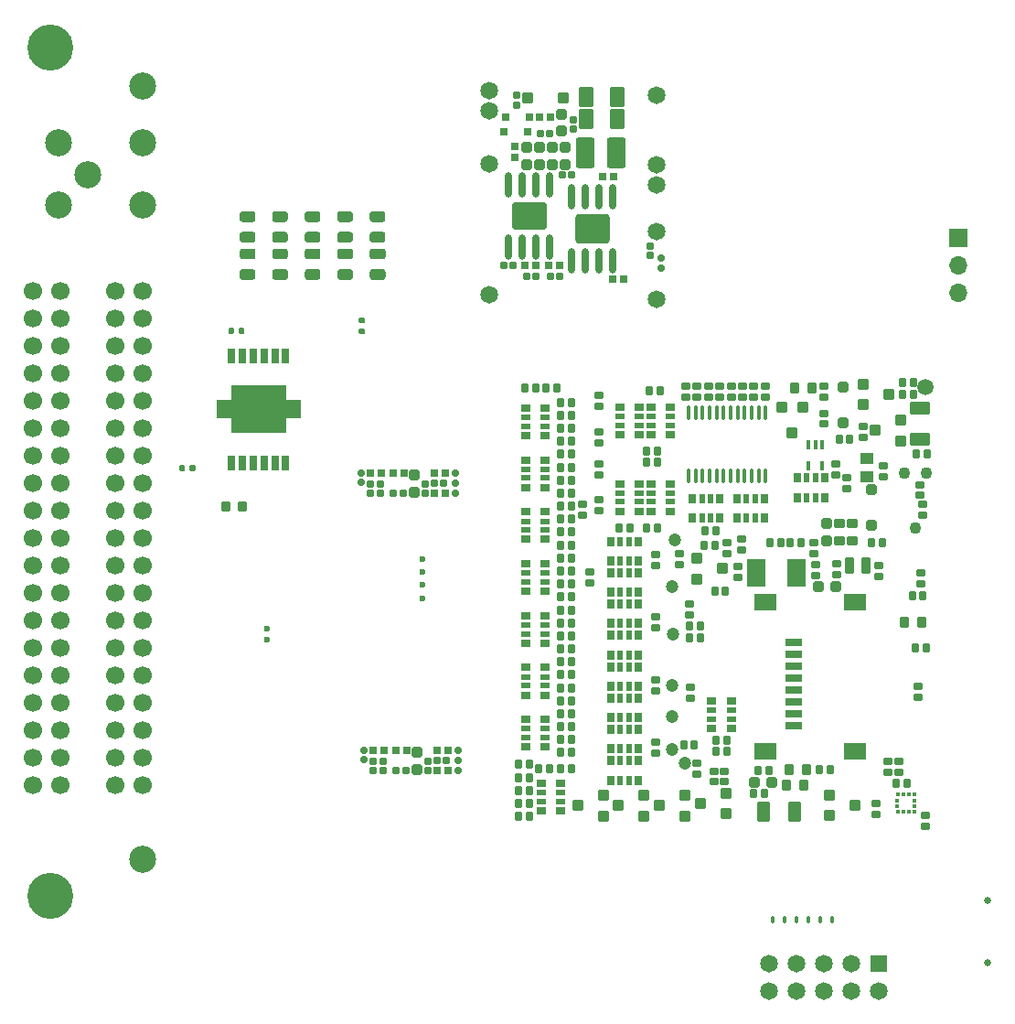
<source format=gbs>
G75*
G70*
%OFA0B0*%
%FSLAX25Y25*%
%IPPOS*%
%LPD*%
%AMOC8*
5,1,8,0,0,1.08239X$1,22.5*
%
%AMM13*
21,1,0.041340,0.026770,0.000000,0.000000,0.000000*
21,1,0.029130,0.038980,0.000000,0.000000,0.000000*
1,1,0.012210,0.014570,-0.013390*
1,1,0.012210,-0.014570,-0.013390*
1,1,0.012210,-0.014570,0.013390*
1,1,0.012210,0.014570,0.013390*
%
%AMM144*
21,1,0.015350,0.009840,-0.000000,-0.000000,0.000000*
21,1,0.000000,0.025200,-0.000000,-0.000000,0.000000*
1,1,0.015350,-0.000000,-0.004920*
1,1,0.015350,-0.000000,-0.004920*
1,1,0.015350,-0.000000,0.004920*
1,1,0.015350,-0.000000,0.004920*
%
%AMM16*
21,1,0.038980,0.026770,0.000000,0.000000,270.000000*
21,1,0.026770,0.038980,0.000000,0.000000,270.000000*
1,1,0.012210,-0.013390,-0.013390*
1,1,0.012210,-0.013390,0.013390*
1,1,0.012210,0.013390,0.013390*
1,1,0.012210,0.013390,-0.013390*
%
%AMM269*
21,1,0.039370,0.030320,0.000000,-0.000000,0.000000*
21,1,0.028350,0.041340,0.000000,-0.000000,0.000000*
1,1,0.011020,0.014170,-0.015160*
1,1,0.011020,-0.014170,-0.015160*
1,1,0.011020,-0.014170,0.015160*
1,1,0.011020,0.014170,0.015160*
%
%AMM275*
21,1,0.031500,0.018900,0.000000,-0.000000,90.000000*
21,1,0.022840,0.027560,0.000000,-0.000000,90.000000*
1,1,0.008660,0.009450,0.011420*
1,1,0.008660,0.009450,-0.011420*
1,1,0.008660,-0.009450,-0.011420*
1,1,0.008660,-0.009450,0.011420*
%
%AMM278*
21,1,0.029530,0.026380,0.000000,-0.000000,0.000000*
21,1,0.020470,0.035430,0.000000,-0.000000,0.000000*
1,1,0.009060,0.010240,-0.013190*
1,1,0.009060,-0.010240,-0.013190*
1,1,0.009060,-0.010240,0.013190*
1,1,0.009060,0.010240,0.013190*
%
%AMM279*
21,1,0.021650,0.027950,0.000000,-0.000000,0.000000*
21,1,0.014170,0.035430,0.000000,-0.000000,0.000000*
1,1,0.007480,0.007090,-0.013980*
1,1,0.007480,-0.007090,-0.013980*
1,1,0.007480,-0.007090,0.013980*
1,1,0.007480,0.007090,0.013980*
%
%AMM281*
21,1,0.016540,0.028980,0.000000,-0.000000,0.000000*
21,1,0.010080,0.035430,0.000000,-0.000000,0.000000*
1,1,0.006460,0.005040,-0.014490*
1,1,0.006460,-0.005040,-0.014490*
1,1,0.006460,-0.005040,0.014490*
1,1,0.006460,0.005040,0.014490*
%
%AMM284*
21,1,0.031500,0.018900,0.000000,-0.000000,0.000000*
21,1,0.022840,0.027560,0.000000,-0.000000,0.000000*
1,1,0.008660,0.011420,-0.009450*
1,1,0.008660,-0.011420,-0.009450*
1,1,0.008660,-0.011420,0.009450*
1,1,0.008660,0.011420,0.009450*
%
%AMM298*
21,1,0.037400,0.026770,0.000000,-0.000000,90.000000*
21,1,0.026770,0.037400,0.000000,-0.000000,90.000000*
1,1,0.010630,0.013390,0.013390*
1,1,0.010630,0.013390,-0.013390*
1,1,0.010630,-0.013390,-0.013390*
1,1,0.010630,-0.013390,0.013390*
%
%AMM299*
21,1,0.039370,0.030320,0.000000,-0.000000,90.000000*
21,1,0.028350,0.041340,0.000000,-0.000000,90.000000*
1,1,0.011020,0.015160,0.014170*
1,1,0.011020,0.015160,-0.014170*
1,1,0.011020,-0.015160,-0.014170*
1,1,0.011020,-0.015160,0.014170*
%
%AMM300*
21,1,0.039760,0.026770,0.000000,-0.000000,270.000000*
21,1,0.029130,0.037400,0.000000,-0.000000,270.000000*
1,1,0.010630,-0.013390,-0.014570*
1,1,0.010630,-0.013390,0.014570*
1,1,0.010630,0.013390,0.014570*
1,1,0.010630,0.013390,-0.014570*
%
%AMM301*
21,1,0.074800,0.036220,0.000000,-0.000000,270.000000*
21,1,0.061810,0.049210,0.000000,-0.000000,270.000000*
1,1,0.012990,-0.018110,-0.030910*
1,1,0.012990,-0.018110,0.030910*
1,1,0.012990,0.018110,0.030910*
1,1,0.012990,0.018110,-0.030910*
%
%AMM302*
21,1,0.062990,0.020470,0.000000,-0.000000,0.000000*
21,1,0.053940,0.029530,0.000000,-0.000000,0.000000*
1,1,0.009060,0.026970,-0.010240*
1,1,0.009060,-0.026970,-0.010240*
1,1,0.009060,-0.026970,0.010240*
1,1,0.009060,0.026970,0.010240*
%
%AMM303*
21,1,0.082680,0.045670,0.000000,-0.000000,0.000000*
21,1,0.067320,0.061020,0.000000,-0.000000,0.000000*
1,1,0.015350,0.033660,-0.022840*
1,1,0.015350,-0.033660,-0.022840*
1,1,0.015350,-0.033660,0.022840*
1,1,0.015350,0.033660,0.022840*
%
%AMM304*
21,1,0.029530,0.026380,0.000000,-0.000000,270.000000*
21,1,0.020470,0.035430,0.000000,-0.000000,270.000000*
1,1,0.009060,-0.013190,-0.010240*
1,1,0.009060,-0.013190,0.010240*
1,1,0.009060,0.013190,0.010240*
1,1,0.009060,0.013190,-0.010240*
%
%AMM305*
21,1,0.021650,0.027950,0.000000,-0.000000,270.000000*
21,1,0.014170,0.035430,0.000000,-0.000000,270.000000*
1,1,0.007480,-0.013980,-0.007090*
1,1,0.007480,-0.013980,0.007090*
1,1,0.007480,0.013980,0.007090*
1,1,0.007480,0.013980,-0.007090*
%
%AMM306*
21,1,0.031500,0.030710,0.000000,-0.000000,0.000000*
21,1,0.022050,0.040160,0.000000,-0.000000,0.000000*
1,1,0.009450,0.011020,-0.015350*
1,1,0.009450,-0.011020,-0.015350*
1,1,0.009450,-0.011020,0.015350*
1,1,0.009450,0.011020,0.015350*
%
%AMM307*
21,1,0.031500,0.049610,0.000000,-0.000000,180.000000*
21,1,0.022050,0.059060,0.000000,-0.000000,180.000000*
1,1,0.009450,-0.011020,0.024800*
1,1,0.009450,0.011020,0.024800*
1,1,0.009450,0.011020,-0.024800*
1,1,0.009450,-0.011020,-0.024800*
%
%AMM308*
21,1,0.031500,0.030710,0.000000,-0.000000,270.000000*
21,1,0.022050,0.040160,0.000000,-0.000000,270.000000*
1,1,0.009450,-0.015350,-0.011020*
1,1,0.009450,-0.015350,0.011020*
1,1,0.009450,0.015350,0.011020*
1,1,0.009450,0.015350,-0.011020*
%
%AMM309*
21,1,0.074800,0.036220,0.000000,-0.000000,0.000000*
21,1,0.061810,0.049210,0.000000,-0.000000,0.000000*
1,1,0.012990,0.030910,-0.018110*
1,1,0.012990,-0.030910,-0.018110*
1,1,0.012990,-0.030910,0.018110*
1,1,0.012990,0.030910,0.018110*
%
%AMM310*
21,1,0.037400,0.026770,0.000000,-0.000000,180.000000*
21,1,0.026770,0.037400,0.000000,-0.000000,180.000000*
1,1,0.010630,-0.013390,0.013390*
1,1,0.010630,0.013390,0.013390*
1,1,0.010630,0.013390,-0.013390*
1,1,0.010630,-0.013390,-0.013390*
%
%AMM39*
21,1,0.076380,0.036220,0.000000,0.000000,90.000000*
21,1,0.061810,0.050790,0.000000,0.000000,90.000000*
1,1,0.014570,0.018110,0.030910*
1,1,0.014570,0.018110,-0.030910*
1,1,0.014570,-0.018110,-0.030910*
1,1,0.014570,-0.018110,0.030910*
%
%AMM42*
21,1,0.029130,0.018900,0.000000,0.000000,90.000000*
21,1,0.018900,0.029130,0.000000,0.000000,90.000000*
1,1,0.010240,0.009450,0.009450*
1,1,0.010240,0.009450,-0.009450*
1,1,0.010240,-0.009450,-0.009450*
1,1,0.010240,-0.009450,0.009450*
%
%AMM43*
21,1,0.025200,0.019680,0.000000,0.000000,0.000000*
21,1,0.015750,0.029130,0.000000,0.000000,0.000000*
1,1,0.009450,0.007870,-0.009840*
1,1,0.009450,-0.007870,-0.009840*
1,1,0.009450,-0.007870,0.009840*
1,1,0.009450,0.007870,0.009840*
%
%AMM44*
21,1,0.025200,0.019680,0.000000,0.000000,270.000000*
21,1,0.015750,0.029130,0.000000,0.000000,270.000000*
1,1,0.009450,-0.009840,-0.007870*
1,1,0.009450,-0.009840,0.007870*
1,1,0.009450,0.009840,0.007870*
1,1,0.009450,0.009840,-0.007870*
%
%AMM49*
21,1,0.111810,0.050390,0.000000,0.000000,90.000000*
21,1,0.093700,0.068500,0.000000,0.000000,90.000000*
1,1,0.018110,0.025200,0.046850*
1,1,0.018110,0.025200,-0.046850*
1,1,0.018110,-0.025200,-0.046850*
1,1,0.018110,-0.025200,0.046850*
%
%AMM50*
21,1,0.029130,0.018900,0.000000,0.000000,180.000000*
21,1,0.018900,0.029130,0.000000,0.000000,180.000000*
1,1,0.010240,-0.009450,0.009450*
1,1,0.010240,0.009450,0.009450*
1,1,0.010240,0.009450,-0.009450*
1,1,0.010240,-0.009450,-0.009450*
%
%AMM51*
21,1,0.127560,0.075590,0.000000,0.000000,180.000000*
21,1,0.103150,0.100000,0.000000,0.000000,180.000000*
1,1,0.024410,-0.051580,0.037800*
1,1,0.024410,0.051580,0.037800*
1,1,0.024410,0.051580,-0.037800*
1,1,0.024410,-0.051580,-0.037800*
%
%AMM52*
21,1,0.123620,0.083460,0.000000,0.000000,0.000000*
21,1,0.097240,0.109840,0.000000,0.000000,0.000000*
1,1,0.026380,0.048620,-0.041730*
1,1,0.026380,-0.048620,-0.041730*
1,1,0.026380,-0.048620,0.041730*
1,1,0.026380,0.048620,0.041730*
%
%ADD12C,0.02362*%
%ADD127M39*%
%ADD130M42*%
%ADD131M43*%
%ADD132M44*%
%ADD133C,0.02913*%
%ADD139M49*%
%ADD140M50*%
%ADD141O,0.02520X0.09213*%
%ADD142M51*%
%ADD143M52*%
%ADD207C,0.04294*%
%ADD208C,0.04724*%
%ADD241R,0.01378X0.01772*%
%ADD242R,0.01772X0.01378*%
%ADD25C,0.05906*%
%ADD288M144*%
%ADD339R,0.04724X0.04331*%
%ADD343R,0.07087X0.09843*%
%ADD351O,0.01378X0.05354*%
%ADD422M269*%
%ADD428M275*%
%ADD431M278*%
%ADD432M279*%
%ADD434M281*%
%ADD437M284*%
%ADD451M298*%
%ADD452M299*%
%ADD453M300*%
%ADD454M301*%
%ADD455M302*%
%ADD456M303*%
%ADD457M304*%
%ADD458M305*%
%ADD459M306*%
%ADD460M307*%
%ADD461M308*%
%ADD462M309*%
%ADD463M310*%
%ADD47R,0.06693X0.06693*%
%ADD48O,0.06693X0.06693*%
%ADD49C,0.09843*%
%ADD50C,0.06693*%
%ADD63C,0.02559*%
%ADD64C,0.16732*%
%ADD73R,0.02559X0.05315*%
%ADD74R,0.20079X0.17323*%
%ADD75R,0.05315X0.07087*%
%ADD94M13*%
%ADD97M16*%
%ADD98C,0.06457*%
%ADD99R,0.06457X0.06457*%
X0000000Y0000000D02*
%LPD*%
G01*
D12*
X0183618Y0207232D03*
X0183618Y0203492D03*
X0183618Y0199752D03*
X0149366Y0203689D03*
X0149366Y0207232D03*
X0171839Y0166366D03*
X0171839Y0161642D03*
X0171839Y0171091D03*
X0171839Y0175815D03*
X0115047Y0150382D03*
X0115047Y0146445D03*
G36*
G01*
X0299010Y0043904D02*
X0299010Y0044888D01*
G75*
G02*
X0299502Y0045380I0000492J0000000D01*
G01*
X0299502Y0045380D01*
G75*
G02*
X0299994Y0044888I0000000J-000492D01*
G01*
X0299994Y0043904D01*
G75*
G02*
X0299502Y0043412I-000492J0000000D01*
G01*
X0299502Y0043412D01*
G75*
G02*
X0299010Y0043904I0000000J0000492D01*
G01*
G37*
G36*
G01*
X0303341Y0043904D02*
X0303341Y0044888D01*
G75*
G02*
X0303833Y0045380I0000492J0000000D01*
G01*
X0303833Y0045380D01*
G75*
G02*
X0304325Y0044888I0000000J-000492D01*
G01*
X0304325Y0043904D01*
G75*
G02*
X0303833Y0043412I-000492J0000000D01*
G01*
X0303833Y0043412D01*
G75*
G02*
X0303341Y0043904I0000000J0000492D01*
G01*
G37*
G36*
G01*
X0307671Y0043904D02*
X0307671Y0044888D01*
G75*
G02*
X0308164Y0045380I0000492J0000000D01*
G01*
X0308164Y0045380D01*
G75*
G02*
X0308656Y0044888I0000000J-000492D01*
G01*
X0308656Y0043904D01*
G75*
G02*
X0308164Y0043412I-000492J0000000D01*
G01*
X0308164Y0043412D01*
G75*
G02*
X0307671Y0043904I0000000J0000492D01*
G01*
G37*
G36*
G01*
X0312002Y0043904D02*
X0312002Y0044888D01*
G75*
G02*
X0312494Y0045380I0000492J0000000D01*
G01*
X0312494Y0045380D01*
G75*
G02*
X0312986Y0044888I0000000J-000492D01*
G01*
X0312986Y0043904D01*
G75*
G02*
X0312494Y0043412I-000492J0000000D01*
G01*
X0312494Y0043412D01*
G75*
G02*
X0312002Y0043904I0000000J0000492D01*
G01*
G37*
G36*
G01*
X0316333Y0043904D02*
X0316333Y0044888D01*
G75*
G02*
X0316825Y0045380I0000492J0000000D01*
G01*
X0316825Y0045380D01*
G75*
G02*
X0317317Y0044888I0000000J-000492D01*
G01*
X0317317Y0043904D01*
G75*
G02*
X0316825Y0043412I-000492J0000000D01*
G01*
X0316825Y0043412D01*
G75*
G02*
X0316333Y0043904I0000000J0000492D01*
G01*
G37*
G36*
G01*
X0320664Y0043904D02*
X0320664Y0044888D01*
G75*
G02*
X0321156Y0045380I0000492J0000000D01*
G01*
X0321156Y0045380D01*
G75*
G02*
X0321648Y0044888I0000000J-000492D01*
G01*
X0321648Y0043904D01*
G75*
G02*
X0321156Y0043412I-000492J0000000D01*
G01*
X0321156Y0043412D01*
G75*
G02*
X0320664Y0043904I0000000J0000492D01*
G01*
G37*
D25*
X0257000Y0344713D03*
X0257000Y0319516D03*
X0257000Y0312035D03*
X0257000Y0295106D03*
D12*
X0258772Y0285657D03*
X0258772Y0281720D03*
D25*
X0257000Y0270500D03*
X0195976Y0346484D03*
X0195976Y0339201D03*
X0195976Y0319713D03*
X0195976Y0272272D03*
D63*
X0377687Y0028724D03*
X0377687Y0051480D03*
D47*
X0367000Y0293000D03*
D48*
X0367000Y0283000D03*
X0367000Y0273000D03*
D64*
X0036024Y0053150D03*
D49*
X0069882Y0066496D03*
X0069882Y0348031D03*
D64*
X0036024Y0362205D03*
D49*
X0039173Y0327638D03*
X0039173Y0304764D03*
X0049803Y0315827D03*
X0069882Y0327638D03*
X0069882Y0304764D03*
D50*
X0069882Y0093661D03*
X0069882Y0103661D03*
X0069882Y0113661D03*
X0069882Y0123661D03*
X0069882Y0133661D03*
X0069882Y0143661D03*
X0069882Y0153661D03*
X0069882Y0163661D03*
X0069882Y0173661D03*
X0069882Y0183661D03*
X0069882Y0193661D03*
X0069882Y0203661D03*
X0069882Y0213661D03*
X0069882Y0223661D03*
X0069882Y0233661D03*
X0069882Y0243661D03*
X0069882Y0253661D03*
X0069882Y0263661D03*
X0069882Y0273661D03*
X0059882Y0093661D03*
X0059882Y0103661D03*
X0059882Y0113661D03*
X0059882Y0123661D03*
X0059882Y0133661D03*
X0059882Y0143661D03*
X0059882Y0153661D03*
X0059882Y0163661D03*
X0059882Y0173661D03*
X0059882Y0183661D03*
X0059882Y0193661D03*
X0059882Y0203661D03*
X0059882Y0213661D03*
X0059882Y0223661D03*
X0059882Y0233661D03*
X0059882Y0243661D03*
X0059882Y0253661D03*
X0059882Y0263661D03*
X0059882Y0273661D03*
X0039882Y0093661D03*
X0039882Y0103661D03*
X0039882Y0113661D03*
X0039882Y0123661D03*
X0039882Y0133661D03*
X0039882Y0143661D03*
X0039882Y0153661D03*
X0039882Y0163661D03*
X0039882Y0173661D03*
X0039882Y0183661D03*
X0039882Y0193661D03*
X0039882Y0203661D03*
X0039882Y0213661D03*
X0039882Y0223661D03*
X0039882Y0233661D03*
X0039882Y0243661D03*
X0039882Y0253661D03*
X0039882Y0263661D03*
X0039882Y0273661D03*
X0029882Y0093661D03*
X0029882Y0103661D03*
X0029882Y0113661D03*
X0029882Y0123661D03*
X0029882Y0133661D03*
X0029882Y0143661D03*
X0029882Y0153661D03*
X0029882Y0163661D03*
X0029882Y0173661D03*
X0029882Y0183661D03*
X0029882Y0193661D03*
X0029882Y0203661D03*
X0029882Y0213661D03*
X0029882Y0223661D03*
X0029882Y0233661D03*
X0029882Y0243661D03*
X0029882Y0253661D03*
X0029882Y0263661D03*
X0029882Y0273661D03*
D12*
X0184618Y0106232D03*
X0184618Y0102492D03*
X0184618Y0098752D03*
X0150366Y0102689D03*
X0150366Y0106232D03*
G36*
G01*
X0157264Y0277559D02*
X0153524Y0277559D01*
G75*
G02*
X0152539Y0278543I0000000J0000984D01*
G01*
X0152539Y0280512D01*
G75*
G02*
X0153524Y0281496I0000984J0000000D01*
G01*
X0157264Y0281496D01*
G75*
G02*
X0158248Y0280512I0000000J-000984D01*
G01*
X0158248Y0278543D01*
G75*
G02*
X0157264Y0277559I-000984J0000000D01*
G01*
G37*
G36*
G01*
X0157264Y0285039D02*
X0153524Y0285039D01*
G75*
G02*
X0152539Y0286024I0000000J0000984D01*
G01*
X0152539Y0287992D01*
G75*
G02*
X0153524Y0288976I0000984J0000000D01*
G01*
X0157264Y0288976D01*
G75*
G02*
X0158248Y0287992I0000000J-000984D01*
G01*
X0158248Y0286024D01*
G75*
G02*
X0157264Y0285039I-000984J0000000D01*
G01*
G37*
G36*
G01*
X0109862Y0277559D02*
X0106122Y0277559D01*
G75*
G02*
X0105138Y0278543I0000000J0000984D01*
G01*
X0105138Y0280512D01*
G75*
G02*
X0106122Y0281496I0000984J0000000D01*
G01*
X0109862Y0281496D01*
G75*
G02*
X0110846Y0280512I0000000J-000984D01*
G01*
X0110846Y0278543D01*
G75*
G02*
X0109862Y0277559I-000984J0000000D01*
G01*
G37*
G36*
G01*
X0109862Y0285039D02*
X0106122Y0285039D01*
G75*
G02*
X0105138Y0286024I0000000J0000984D01*
G01*
X0105138Y0287992D01*
G75*
G02*
X0106122Y0288976I0000984J0000000D01*
G01*
X0109862Y0288976D01*
G75*
G02*
X0110846Y0287992I0000000J-000984D01*
G01*
X0110846Y0286024D01*
G75*
G02*
X0109862Y0285039I-000984J0000000D01*
G01*
G37*
G36*
G01*
X0129783Y0302559D02*
X0133524Y0302559D01*
G75*
G02*
X0134508Y0301575I0000000J-000984D01*
G01*
X0134508Y0299606D01*
G75*
G02*
X0133524Y0298622I-000984J0000000D01*
G01*
X0129783Y0298622D01*
G75*
G02*
X0128799Y0299606I0000000J0000984D01*
G01*
X0128799Y0301575D01*
G75*
G02*
X0129783Y0302559I0000984J0000000D01*
G01*
G37*
G36*
G01*
X0129783Y0295079D02*
X0133524Y0295079D01*
G75*
G02*
X0134508Y0294094I0000000J-000984D01*
G01*
X0134508Y0292126D01*
G75*
G02*
X0133524Y0291142I-000984J0000000D01*
G01*
X0129783Y0291142D01*
G75*
G02*
X0128799Y0292126I0000000J0000984D01*
G01*
X0128799Y0294094D01*
G75*
G02*
X0129783Y0295079I0000984J0000000D01*
G01*
G37*
G36*
G01*
X0088992Y0209669D02*
X0088992Y0208331D01*
G75*
G02*
X0088441Y0207780I-000551J0000000D01*
G01*
X0087339Y0207780D01*
G75*
G02*
X0086787Y0208331I0000000J0000551D01*
G01*
X0086787Y0209669D01*
G75*
G02*
X0087339Y0210220I0000551J0000000D01*
G01*
X0088441Y0210220D01*
G75*
G02*
X0088992Y0209669I0000000J-000551D01*
G01*
G37*
G36*
G01*
X0085213Y0209669D02*
X0085213Y0208331D01*
G75*
G02*
X0084661Y0207780I-000551J0000000D01*
G01*
X0083559Y0207780D01*
G75*
G02*
X0083008Y0208331I0000000J0000551D01*
G01*
X0083008Y0209669D01*
G75*
G02*
X0083559Y0210220I0000551J0000000D01*
G01*
X0084661Y0210220D01*
G75*
G02*
X0085213Y0209669I0000000J-000551D01*
G01*
G37*
G36*
G01*
X0153484Y0302559D02*
X0157224Y0302559D01*
G75*
G02*
X0158209Y0301575I0000000J-000984D01*
G01*
X0158209Y0299606D01*
G75*
G02*
X0157224Y0298622I-000984J0000000D01*
G01*
X0153484Y0298622D01*
G75*
G02*
X0152500Y0299606I0000000J0000984D01*
G01*
X0152500Y0301575D01*
G75*
G02*
X0153484Y0302559I0000984J0000000D01*
G01*
G37*
G36*
G01*
X0153484Y0295079D02*
X0157224Y0295079D01*
G75*
G02*
X0158209Y0294094I0000000J-000984D01*
G01*
X0158209Y0292126D01*
G75*
G02*
X0157224Y0291142I-000984J0000000D01*
G01*
X0153484Y0291142D01*
G75*
G02*
X0152500Y0292126I0000000J0000984D01*
G01*
X0152500Y0294094D01*
G75*
G02*
X0153484Y0295079I0000984J0000000D01*
G01*
G37*
D73*
X0121874Y0210827D03*
X0117937Y0210827D03*
X0114000Y0210827D03*
X0110063Y0210827D03*
X0106126Y0210827D03*
X0102189Y0210827D03*
X0102189Y0250000D03*
X0106126Y0250000D03*
X0110063Y0250000D03*
X0114000Y0250000D03*
X0117937Y0250000D03*
X0121874Y0250000D03*
D74*
X0112031Y0230413D03*
D75*
X0124728Y0230413D03*
X0099335Y0230413D03*
G36*
G01*
X0098228Y0194016D02*
X0098228Y0195984D01*
G75*
G02*
X0099114Y0196870I0000886J0000000D01*
G01*
X0100886Y0196870D01*
G75*
G02*
X0101772Y0195984I0000000J-000886D01*
G01*
X0101772Y0194016D01*
G75*
G02*
X0100886Y0193130I-000886J0000000D01*
G01*
X0099114Y0193130D01*
G75*
G02*
X0098228Y0194016I0000000J0000886D01*
G01*
G37*
G36*
G01*
X0104331Y0194016D02*
X0104331Y0195984D01*
G75*
G02*
X0105217Y0196870I0000886J0000000D01*
G01*
X0106988Y0196870D01*
G75*
G02*
X0107874Y0195984I0000000J-000886D01*
G01*
X0107874Y0194016D01*
G75*
G02*
X0106988Y0193130I-000886J0000000D01*
G01*
X0105217Y0193130D01*
G75*
G02*
X0104331Y0194016I0000000J0000886D01*
G01*
G37*
G36*
G01*
X0106882Y0259669D02*
X0106882Y0258331D01*
G75*
G02*
X0106331Y0257780I-000551J0000000D01*
G01*
X0105228Y0257780D01*
G75*
G02*
X0104677Y0258331I0000000J0000551D01*
G01*
X0104677Y0259669D01*
G75*
G02*
X0105228Y0260220I0000551J0000000D01*
G01*
X0106331Y0260220D01*
G75*
G02*
X0106882Y0259669I0000000J-000551D01*
G01*
G37*
G36*
G01*
X0103102Y0259669D02*
X0103102Y0258331D01*
G75*
G02*
X0102551Y0257780I-000551J0000000D01*
G01*
X0101449Y0257780D01*
G75*
G02*
X0100898Y0258331I0000000J0000551D01*
G01*
X0100898Y0259669D01*
G75*
G02*
X0101449Y0260220I0000551J0000000D01*
G01*
X0102551Y0260220D01*
G75*
G02*
X0103102Y0259669I0000000J-000551D01*
G01*
G37*
G36*
G01*
X0117933Y0302559D02*
X0121673Y0302559D01*
G75*
G02*
X0122657Y0301575I0000000J-000984D01*
G01*
X0122657Y0299606D01*
G75*
G02*
X0121673Y0298622I-000984J0000000D01*
G01*
X0117933Y0298622D01*
G75*
G02*
X0116949Y0299606I0000000J0000984D01*
G01*
X0116949Y0301575D01*
G75*
G02*
X0117933Y0302559I0000984J0000000D01*
G01*
G37*
G36*
G01*
X0117933Y0295079D02*
X0121673Y0295079D01*
G75*
G02*
X0122657Y0294094I0000000J-000984D01*
G01*
X0122657Y0292126D01*
G75*
G02*
X0121673Y0291142I-000984J0000000D01*
G01*
X0117933Y0291142D01*
G75*
G02*
X0116949Y0292126I0000000J0000984D01*
G01*
X0116949Y0294094D01*
G75*
G02*
X0117933Y0295079I0000984J0000000D01*
G01*
G37*
G36*
G01*
X0141634Y0302559D02*
X0145374Y0302559D01*
G75*
G02*
X0146358Y0301575I0000000J-000984D01*
G01*
X0146358Y0299606D01*
G75*
G02*
X0145374Y0298622I-000984J0000000D01*
G01*
X0141634Y0298622D01*
G75*
G02*
X0140650Y0299606I0000000J0000984D01*
G01*
X0140650Y0301575D01*
G75*
G02*
X0141634Y0302559I0000984J0000000D01*
G01*
G37*
G36*
G01*
X0141634Y0295079D02*
X0145374Y0295079D01*
G75*
G02*
X0146358Y0294094I0000000J-000984D01*
G01*
X0146358Y0292126D01*
G75*
G02*
X0145374Y0291142I-000984J0000000D01*
G01*
X0141634Y0291142D01*
G75*
G02*
X0140650Y0292126I0000000J0000984D01*
G01*
X0140650Y0294094D01*
G75*
G02*
X0141634Y0295079I0000984J0000000D01*
G01*
G37*
G36*
G01*
X0121713Y0277559D02*
X0117972Y0277559D01*
G75*
G02*
X0116988Y0278543I0000000J0000984D01*
G01*
X0116988Y0280512D01*
G75*
G02*
X0117972Y0281496I0000984J0000000D01*
G01*
X0121713Y0281496D01*
G75*
G02*
X0122697Y0280512I0000000J-000984D01*
G01*
X0122697Y0278543D01*
G75*
G02*
X0121713Y0277559I-000984J0000000D01*
G01*
G37*
G36*
G01*
X0121713Y0285039D02*
X0117972Y0285039D01*
G75*
G02*
X0116988Y0286024I0000000J0000984D01*
G01*
X0116988Y0287992D01*
G75*
G02*
X0117972Y0288976I0000984J0000000D01*
G01*
X0121713Y0288976D01*
G75*
G02*
X0122697Y0287992I0000000J-000984D01*
G01*
X0122697Y0286024D01*
G75*
G02*
X0121713Y0285039I-000984J0000000D01*
G01*
G37*
G36*
G01*
X0106083Y0302559D02*
X0109823Y0302559D01*
G75*
G02*
X0110807Y0301575I0000000J-000984D01*
G01*
X0110807Y0299606D01*
G75*
G02*
X0109823Y0298622I-000984J0000000D01*
G01*
X0106083Y0298622D01*
G75*
G02*
X0105098Y0299606I0000000J0000984D01*
G01*
X0105098Y0301575D01*
G75*
G02*
X0106083Y0302559I0000984J0000000D01*
G01*
G37*
G36*
G01*
X0106083Y0295079D02*
X0109823Y0295079D01*
G75*
G02*
X0110807Y0294094I0000000J-000984D01*
G01*
X0110807Y0292126D01*
G75*
G02*
X0109823Y0291142I-000984J0000000D01*
G01*
X0106083Y0291142D01*
G75*
G02*
X0105098Y0292126I0000000J0000984D01*
G01*
X0105098Y0294094D01*
G75*
G02*
X0106083Y0295079I0000984J0000000D01*
G01*
G37*
G36*
G01*
X0133563Y0277559D02*
X0129823Y0277559D01*
G75*
G02*
X0128839Y0278543I0000000J0000984D01*
G01*
X0128839Y0280512D01*
G75*
G02*
X0129823Y0281496I0000984J0000000D01*
G01*
X0133563Y0281496D01*
G75*
G02*
X0134547Y0280512I0000000J-000984D01*
G01*
X0134547Y0278543D01*
G75*
G02*
X0133563Y0277559I-000984J0000000D01*
G01*
G37*
G36*
G01*
X0133563Y0285039D02*
X0129823Y0285039D01*
G75*
G02*
X0128839Y0286024I0000000J0000984D01*
G01*
X0128839Y0287992D01*
G75*
G02*
X0129823Y0288976I0000984J0000000D01*
G01*
X0133563Y0288976D01*
G75*
G02*
X0134547Y0287992I0000000J-000984D01*
G01*
X0134547Y0286024D01*
G75*
G02*
X0133563Y0285039I-000984J0000000D01*
G01*
G37*
G36*
G01*
X0145413Y0277559D02*
X0141673Y0277559D01*
G75*
G02*
X0140689Y0278543I0000000J0000984D01*
G01*
X0140689Y0280512D01*
G75*
G02*
X0141673Y0281496I0000984J0000000D01*
G01*
X0145413Y0281496D01*
G75*
G02*
X0146398Y0280512I0000000J-000984D01*
G01*
X0146398Y0278543D01*
G75*
G02*
X0145413Y0277559I-000984J0000000D01*
G01*
G37*
G36*
G01*
X0145413Y0285039D02*
X0141673Y0285039D01*
G75*
G02*
X0140689Y0286024I0000000J0000984D01*
G01*
X0140689Y0287992D01*
G75*
G02*
X0141673Y0288976I0000984J0000000D01*
G01*
X0145413Y0288976D01*
G75*
G02*
X0146398Y0287992I0000000J-000984D01*
G01*
X0146398Y0286024D01*
G75*
G02*
X0145413Y0285039I-000984J0000000D01*
G01*
G37*
G36*
G01*
X0148878Y0263858D02*
X0150335Y0263858D01*
G75*
G02*
X0150866Y0263327I0000000J-000531D01*
G01*
X0150866Y0262264D01*
G75*
G02*
X0150335Y0261732I-000531J0000000D01*
G01*
X0148878Y0261732D01*
G75*
G02*
X0148346Y0262264I0000000J0000531D01*
G01*
X0148346Y0263327D01*
G75*
G02*
X0148878Y0263858I0000531J0000000D01*
G01*
G37*
G36*
G01*
X0148878Y0259843D02*
X0150335Y0259843D01*
G75*
G02*
X0150866Y0259311I0000000J-000531D01*
G01*
X0150866Y0258248D01*
G75*
G02*
X0150335Y0257717I-000531J0000000D01*
G01*
X0148878Y0257717D01*
G75*
G02*
X0148346Y0258248I0000000J0000531D01*
G01*
X0148346Y0259311D01*
G75*
G02*
X0148878Y0259843I0000531J0000000D01*
G01*
G37*
X0345664Y0045971D02*
G01*
G75*
D98*
X0298007Y0018628D02*
D03*
X0298007Y0028628D02*
D03*
X0308007Y0018628D02*
D03*
X0308007Y0028628D02*
D03*
X0318007Y0018628D02*
D03*
X0318007Y0028628D02*
D03*
X0328007Y0018628D02*
D03*
X0328007Y0028628D02*
D03*
X0338007Y0018628D02*
D03*
D99*
X0338007Y0028628D02*
D03*
D288*
X0299503Y0044396D02*
D03*
X0303833Y0044396D02*
D03*
X0308164Y0044396D02*
D03*
X0312495Y0044396D02*
D03*
X0316825Y0044396D02*
D03*
X0321156Y0044396D02*
D03*
X0193024Y0267547D02*
G01*
G75*
D94*
X0222939Y0343925D02*
D03*
X0209947Y0343925D02*
D03*
D127*
X0242799Y0344319D02*
D03*
X0231382Y0344319D02*
D03*
X0242799Y0336287D02*
D03*
X0231382Y0336287D02*
D03*
D130*
X0205426Y0322271D02*
D03*
X0205426Y0326208D02*
D03*
X0202079Y0336838D02*
D03*
X0210741Y0336838D02*
D03*
X0201292Y0331590D02*
D03*
X0209953Y0331590D02*
D03*
D131*
X0213179Y0278964D02*
D03*
X0209635Y0278964D02*
D03*
X0222570Y0315697D02*
D03*
X0226114Y0315697D02*
D03*
X0214573Y0330802D02*
D03*
X0218116Y0330802D02*
D03*
X0221797Y0278964D02*
D03*
X0218254Y0278964D02*
D03*
X0201292Y0282901D02*
D03*
X0204835Y0282901D02*
D03*
D132*
X0226777Y0332377D02*
D03*
X0226777Y0335921D02*
D03*
X0206010Y0344779D02*
D03*
X0206010Y0341235D02*
D03*
X0254774Y0286462D02*
D03*
X0254774Y0290006D02*
D03*
D133*
X0258772Y0285657D02*
D03*
X0258772Y0281720D02*
D03*
D98*
X0195977Y0339200D02*
D03*
X0195977Y0272271D02*
D03*
X0195977Y0319712D02*
D03*
X0257000Y0319515D02*
D03*
X0257000Y0344712D02*
D03*
X0257000Y0295106D02*
D03*
X0257000Y0312035D02*
D03*
X0257000Y0270500D02*
D03*
X0195977Y0346484D02*
D03*
D139*
X0242237Y0323846D02*
D03*
X0231213Y0323846D02*
D03*
D97*
X0209559Y0319523D02*
D03*
X0209559Y0325743D02*
D03*
X0223653Y0319523D02*
D03*
X0223653Y0325743D02*
D03*
X0218962Y0319523D02*
D03*
X0218962Y0325743D02*
D03*
X0214270Y0319523D02*
D03*
X0214270Y0325743D02*
D03*
X0222472Y0331767D02*
D03*
X0222472Y0337988D02*
D03*
D140*
X0212982Y0282901D02*
D03*
X0209045Y0282901D02*
D03*
X0217663Y0282901D02*
D03*
X0221600Y0282901D02*
D03*
X0214376Y0336838D02*
D03*
X0218313Y0336838D02*
D03*
X0237309Y0315224D02*
D03*
X0241246Y0315224D02*
D03*
X0245085Y0277783D02*
D03*
X0241147Y0277783D02*
D03*
D141*
X0218096Y0289661D02*
D03*
X0213096Y0289661D02*
D03*
X0208096Y0289661D02*
D03*
X0203096Y0289661D02*
D03*
X0218096Y0312298D02*
D03*
X0213096Y0312298D02*
D03*
X0208096Y0312298D02*
D03*
X0203096Y0312298D02*
D03*
X0241163Y0284378D02*
D03*
X0236163Y0284378D02*
D03*
X0231163Y0284378D02*
D03*
X0226163Y0284378D02*
D03*
X0241163Y0307803D02*
D03*
X0236163Y0307803D02*
D03*
X0231163Y0307803D02*
D03*
X0226163Y0307803D02*
D03*
D142*
X0210596Y0300979D02*
D03*
D143*
X0233663Y0296090D02*
D03*
X0201555Y0242776D02*
G01*
G75*
D422*
X0302797Y0231161D02*
D03*
X0306537Y0221909D02*
D03*
D422*
X0310278Y0231161D02*
D03*
D428*
X0253523Y0211083D02*
D03*
X0257460Y0211083D02*
D03*
X0296437Y0090414D02*
D03*
X0292500Y0090414D02*
D03*
X0355689Y0214134D02*
D03*
X0351752Y0214134D02*
D03*
X0278327Y0180951D02*
D03*
X0274390Y0180951D02*
D03*
X0278255Y0164046D02*
D03*
X0282192Y0164046D02*
D03*
X0274783Y0186083D02*
D03*
X0278720Y0186083D02*
D03*
X0258371Y0237277D02*
D03*
X0254434Y0237277D02*
D03*
X0327539Y0219548D02*
D03*
X0323602Y0219548D02*
D03*
X0346634Y0240020D02*
D03*
X0350571Y0240020D02*
D03*
X0270846Y0108130D02*
D03*
X0266909Y0108130D02*
D03*
X0335413Y0181752D02*
D03*
X0339350Y0181752D02*
D03*
X0268976Y0151535D02*
D03*
X0272913Y0151535D02*
D03*
X0350276Y0162560D02*
D03*
X0354212Y0162560D02*
D03*
X0282657Y0109705D02*
D03*
X0278720Y0109705D02*
D03*
X0282657Y0105768D02*
D03*
X0278720Y0105768D02*
D03*
X0346634Y0235886D02*
D03*
X0350571Y0235886D02*
D03*
X0298012Y0098878D02*
D03*
X0294075Y0098878D02*
D03*
X0320453Y0099075D02*
D03*
X0316516Y0099075D02*
D03*
X0268976Y0147205D02*
D03*
X0272913Y0147205D02*
D03*
X0355492Y0143563D02*
D03*
X0351555Y0143563D02*
D03*
X0305886Y0181752D02*
D03*
X0309823Y0181752D02*
D03*
X0302342Y0181752D02*
D03*
X0298405Y0181752D02*
D03*
X0225964Y0195138D02*
D03*
X0222027Y0195138D02*
D03*
X0225964Y0190414D02*
D03*
X0222027Y0190414D02*
D03*
X0225964Y0185689D02*
D03*
X0222027Y0185689D02*
D03*
X0225964Y0180965D02*
D03*
X0222027Y0180965D02*
D03*
X0206673Y0096319D02*
D03*
X0210610Y0096319D02*
D03*
X0210610Y0091595D02*
D03*
X0206673Y0091595D02*
D03*
X0206673Y0086871D02*
D03*
X0210610Y0086871D02*
D03*
X0206673Y0082146D02*
D03*
X0210610Y0082146D02*
D03*
X0253523Y0215020D02*
D03*
X0257460Y0215020D02*
D03*
X0253523Y0187067D02*
D03*
X0257460Y0187067D02*
D03*
X0225964Y0218760D02*
D03*
X0222027Y0218760D02*
D03*
X0225964Y0223484D02*
D03*
X0222027Y0223484D02*
D03*
X0225964Y0228209D02*
D03*
X0222027Y0228209D02*
D03*
X0225964Y0232933D02*
D03*
X0222027Y0232933D02*
D03*
X0225964Y0199862D02*
D03*
X0222027Y0199862D02*
D03*
X0225964Y0204587D02*
D03*
X0222027Y0204587D02*
D03*
X0225964Y0209311D02*
D03*
X0222027Y0209311D02*
D03*
X0225964Y0214036D02*
D03*
X0222027Y0214036D02*
D03*
X0225964Y0162067D02*
D03*
X0222027Y0162067D02*
D03*
X0225964Y0166791D02*
D03*
X0222027Y0166791D02*
D03*
X0225964Y0171516D02*
D03*
X0222027Y0171516D02*
D03*
X0225964Y0176240D02*
D03*
X0222027Y0176240D02*
D03*
X0222027Y0143169D02*
D03*
X0225964Y0143169D02*
D03*
X0225964Y0147894D02*
D03*
X0222027Y0147894D02*
D03*
X0225964Y0152618D02*
D03*
X0222027Y0152618D02*
D03*
X0225964Y0157343D02*
D03*
X0222027Y0157343D02*
D03*
X0225964Y0124272D02*
D03*
X0222027Y0124272D02*
D03*
X0225964Y0128996D02*
D03*
X0222027Y0128996D02*
D03*
X0225964Y0133721D02*
D03*
X0222027Y0133721D02*
D03*
X0225964Y0138445D02*
D03*
X0222027Y0138445D02*
D03*
X0225964Y0110099D02*
D03*
X0222027Y0110099D02*
D03*
X0225964Y0114823D02*
D03*
X0222027Y0114823D02*
D03*
X0225964Y0119548D02*
D03*
X0222027Y0119548D02*
D03*
X0216712Y0238052D02*
D03*
X0220649Y0238052D02*
D03*
X0210610Y0101043D02*
D03*
X0206673Y0101043D02*
D03*
X0243287Y0187067D02*
D03*
X0247224Y0187067D02*
D03*
X0222027Y0099469D02*
D03*
X0225964Y0099469D02*
D03*
X0209035Y0238052D02*
D03*
X0212972Y0238052D02*
D03*
X0218090Y0099469D02*
D03*
X0214153Y0099469D02*
D03*
X0348405Y0094351D02*
D03*
X0344468Y0094351D02*
D03*
X0225964Y0105374D02*
D03*
X0222027Y0105374D02*
D03*
D431*
X0318386Y0205374D02*
D03*
X0318386Y0198288D02*
D03*
X0308346Y0198288D02*
D03*
X0308346Y0205374D02*
D03*
X0270157Y0190807D02*
D03*
X0270157Y0197894D02*
D03*
X0280197Y0197894D02*
D03*
X0280197Y0190807D02*
D03*
X0286299Y0190807D02*
D03*
X0286299Y0197894D02*
D03*
X0296339Y0197894D02*
D03*
X0296339Y0190807D02*
D03*
X0250472Y0095335D02*
D03*
X0250472Y0102422D02*
D03*
X0240433Y0102422D02*
D03*
X0240433Y0095335D02*
D03*
X0240433Y0113839D02*
D03*
X0240433Y0106752D02*
D03*
X0250472Y0106752D02*
D03*
X0250472Y0113839D02*
D03*
X0250472Y0163839D02*
D03*
X0250472Y0170925D02*
D03*
X0240433Y0170925D02*
D03*
X0240433Y0163839D02*
D03*
X0240433Y0182343D02*
D03*
X0240433Y0175256D02*
D03*
X0250472Y0175256D02*
D03*
X0250472Y0182343D02*
D03*
X0250472Y0141004D02*
D03*
X0250472Y0148091D02*
D03*
X0240433Y0148091D02*
D03*
X0240433Y0141004D02*
D03*
X0240433Y0159508D02*
D03*
X0240433Y0152421D02*
D03*
X0250472Y0152421D02*
D03*
X0250472Y0159508D02*
D03*
X0250472Y0118169D02*
D03*
X0250472Y0125256D02*
D03*
X0240433Y0125256D02*
D03*
X0240433Y0118169D02*
D03*
X0240433Y0136673D02*
D03*
X0240433Y0129587D02*
D03*
X0250472Y0129587D02*
D03*
X0250472Y0136673D02*
D03*
D432*
X0311791Y0198288D02*
D03*
X0314941Y0198288D02*
D03*
X0314941Y0205374D02*
D03*
X0311791Y0205374D02*
D03*
X0276752Y0197894D02*
D03*
X0273602Y0197894D02*
D03*
X0273602Y0190807D02*
D03*
X0276752Y0190807D02*
D03*
X0292894Y0197894D02*
D03*
X0289744Y0197894D02*
D03*
X0289744Y0190807D02*
D03*
X0292894Y0190807D02*
D03*
X0247027Y0095335D02*
D03*
X0243878Y0095335D02*
D03*
X0243878Y0102422D02*
D03*
X0247027Y0102422D02*
D03*
X0243878Y0113839D02*
D03*
X0247027Y0113839D02*
D03*
X0247027Y0106752D02*
D03*
X0243878Y0106752D02*
D03*
X0247027Y0163839D02*
D03*
X0243878Y0163839D02*
D03*
X0243878Y0170925D02*
D03*
X0247027Y0170925D02*
D03*
X0243878Y0182343D02*
D03*
X0247027Y0182343D02*
D03*
X0247027Y0175256D02*
D03*
X0243878Y0175256D02*
D03*
X0247027Y0141004D02*
D03*
X0243878Y0141004D02*
D03*
X0243878Y0148091D02*
D03*
X0247027Y0148091D02*
D03*
X0243878Y0159508D02*
D03*
X0247027Y0159508D02*
D03*
X0247027Y0152421D02*
D03*
X0243878Y0152421D02*
D03*
X0247027Y0118169D02*
D03*
X0243878Y0118169D02*
D03*
X0243878Y0125256D02*
D03*
X0247027Y0125256D02*
D03*
X0243878Y0136673D02*
D03*
X0247027Y0136673D02*
D03*
X0247027Y0129587D02*
D03*
X0243878Y0129587D02*
D03*
D434*
X0312382Y0217382D02*
D03*
X0314941Y0217382D02*
D03*
X0317500Y0217382D02*
D03*
X0317500Y0209902D02*
D03*
X0312382Y0209902D02*
D03*
D437*
X0352933Y0199075D02*
D03*
X0352933Y0203012D02*
D03*
X0337185Y0082933D02*
D03*
X0337185Y0086871D02*
D03*
X0332364Y0224033D02*
D03*
X0332364Y0220096D02*
D03*
X0326358Y0201437D02*
D03*
X0326358Y0205374D02*
D03*
X0322421Y0210493D02*
D03*
X0322421Y0206556D02*
D03*
X0271634Y0101437D02*
D03*
X0271634Y0097500D02*
D03*
X0353524Y0170729D02*
D03*
X0353524Y0166792D02*
D03*
X0341319Y0102028D02*
D03*
X0341319Y0098091D02*
D03*
X0352342Y0129390D02*
D03*
X0352342Y0125453D02*
D03*
X0265533Y0173866D02*
D03*
X0265533Y0177803D02*
D03*
X0288169Y0183130D02*
D03*
X0288169Y0179193D02*
D03*
X0286594Y0173091D02*
D03*
X0286594Y0169154D02*
D03*
X0314941Y0173878D02*
D03*
X0314941Y0169941D02*
D03*
X0355098Y0078603D02*
D03*
X0355098Y0082540D02*
D03*
X0354114Y0191792D02*
D03*
X0354114Y0195729D02*
D03*
X0339744Y0209705D02*
D03*
X0339744Y0205768D02*
D03*
X0277933Y0098681D02*
D03*
X0277933Y0094744D02*
D03*
X0281870Y0098681D02*
D03*
X0281870Y0094744D02*
D03*
X0345256Y0098091D02*
D03*
X0345256Y0102028D02*
D03*
X0269370Y0125158D02*
D03*
X0269370Y0129095D02*
D03*
X0314547Y0181752D02*
D03*
X0314547Y0177815D02*
D03*
X0282854Y0181752D02*
D03*
X0282854Y0177815D02*
D03*
X0338169Y0173485D02*
D03*
X0338169Y0169548D02*
D03*
X0322815Y0174272D02*
D03*
X0322815Y0170335D02*
D03*
X0268976Y0159410D02*
D03*
X0268976Y0155473D02*
D03*
X0256673Y0105177D02*
D03*
X0256673Y0109114D02*
D03*
X0256673Y0173681D02*
D03*
X0256673Y0177618D02*
D03*
X0256673Y0150847D02*
D03*
X0256673Y0154784D02*
D03*
X0256673Y0128012D02*
D03*
X0256673Y0131949D02*
D03*
X0232657Y0167185D02*
D03*
X0232657Y0171122D02*
D03*
X0236201Y0222237D02*
D03*
X0236201Y0218300D02*
D03*
X0236201Y0231426D02*
D03*
X0236201Y0235363D02*
D03*
X0236201Y0197433D02*
D03*
X0236201Y0193496D02*
D03*
X0236201Y0206622D02*
D03*
X0236201Y0210559D02*
D03*
X0318090Y0234902D02*
D03*
X0318090Y0238839D02*
D03*
X0318090Y0228996D02*
D03*
X0318090Y0225059D02*
D03*
X0229901Y0191988D02*
D03*
X0229901Y0195925D02*
D03*
X0267697Y0238839D02*
D03*
X0267697Y0234902D02*
D03*
X0280098Y0238839D02*
D03*
X0280098Y0234902D02*
D03*
X0284232Y0238839D02*
D03*
X0284232Y0234902D02*
D03*
X0292500Y0238839D02*
D03*
X0292500Y0234902D02*
D03*
X0288366Y0238839D02*
D03*
X0288366Y0234902D02*
D03*
X0296634Y0238839D02*
D03*
X0296634Y0234902D02*
D03*
X0275965Y0238839D02*
D03*
X0275965Y0234902D02*
D03*
X0271831Y0238839D02*
D03*
X0271831Y0234902D02*
D03*
D207*
X0351496Y0187028D02*
D03*
X0347496Y0207028D02*
D03*
X0355496Y0207028D02*
D03*
D208*
X0262972Y0148681D02*
D03*
X0267303Y0101437D02*
D03*
X0262579Y0106555D02*
D03*
X0262579Y0118367D02*
D03*
X0262579Y0129784D02*
D03*
X0262579Y0166004D02*
D03*
X0263760Y0182934D02*
D03*
D25*
X0355098Y0238445D02*
D03*
D451*
X0319075Y0188799D02*
D03*
X0319075Y0182579D02*
D03*
D452*
X0329426Y0086196D02*
D03*
X0320174Y0082456D02*
D03*
X0271675Y0168625D02*
D03*
X0280927Y0172365D02*
D03*
X0332539Y0232146D02*
D03*
X0341791Y0235886D02*
D03*
X0345964Y0226437D02*
D03*
X0336713Y0222697D02*
D03*
X0237579Y0089823D02*
D03*
X0228327Y0086083D02*
D03*
X0243222Y0086083D02*
D03*
X0252474Y0089823D02*
D03*
X0267369Y0089823D02*
D03*
X0258117Y0086083D02*
D03*
X0282264Y0090610D02*
D03*
X0273012Y0086870D02*
D03*
D452*
X0320174Y0089936D02*
D03*
X0271675Y0176105D02*
D03*
X0332539Y0239626D02*
D03*
X0345965Y0218957D02*
D03*
X0237579Y0082343D02*
D03*
X0252474Y0082343D02*
D03*
X0267369Y0082343D02*
D03*
X0282264Y0083130D02*
D03*
D453*
X0325177Y0238445D02*
D03*
X0325177Y0225453D02*
D03*
X0335413Y0201044D02*
D03*
X0335413Y0188051D02*
D03*
D339*
X0333838Y0205965D02*
D03*
X0333838Y0212658D02*
D03*
D454*
X0296043Y0083721D02*
D03*
X0307460Y0083721D02*
D03*
D455*
X0307079Y0145650D02*
D03*
X0307079Y0141319D02*
D03*
X0307079Y0136988D02*
D03*
X0307079Y0132658D02*
D03*
X0307079Y0128327D02*
D03*
X0307079Y0123996D02*
D03*
X0307079Y0119665D02*
D03*
X0307079Y0115335D02*
D03*
D456*
X0296843Y0105965D02*
D03*
X0329520Y0105965D02*
D03*
X0329520Y0160098D02*
D03*
X0296843Y0160098D02*
D03*
D343*
X0308051Y0170728D02*
D03*
X0293484Y0170728D02*
D03*
D457*
X0284232Y0124173D02*
D03*
X0277146Y0124173D02*
D03*
X0277146Y0114134D02*
D03*
X0284232Y0114134D02*
D03*
X0209232Y0193071D02*
D03*
X0216319Y0193071D02*
D03*
X0216319Y0183032D02*
D03*
X0209232Y0183032D02*
D03*
X0243681Y0221221D02*
D03*
X0250768Y0221221D02*
D03*
X0250768Y0231260D02*
D03*
X0243681Y0231260D02*
D03*
X0262185Y0231260D02*
D03*
X0255098Y0231260D02*
D03*
X0255098Y0221221D02*
D03*
X0262185Y0221221D02*
D03*
X0243681Y0193268D02*
D03*
X0250768Y0193268D02*
D03*
X0250768Y0203307D02*
D03*
X0243681Y0203307D02*
D03*
X0262185Y0203307D02*
D03*
X0255098Y0203307D02*
D03*
X0255098Y0193268D02*
D03*
X0262185Y0193268D02*
D03*
X0209232Y0230866D02*
D03*
X0216319Y0230866D02*
D03*
X0216319Y0220827D02*
D03*
X0209232Y0220827D02*
D03*
X0209232Y0211969D02*
D03*
X0216319Y0211969D02*
D03*
X0216319Y0201930D02*
D03*
X0209232Y0201930D02*
D03*
X0209232Y0174174D02*
D03*
X0216319Y0174174D02*
D03*
X0216319Y0164134D02*
D03*
X0209232Y0164134D02*
D03*
X0209232Y0155276D02*
D03*
X0216319Y0155276D02*
D03*
X0216319Y0145236D02*
D03*
X0209232Y0145236D02*
D03*
X0209232Y0136378D02*
D03*
X0216319Y0136378D02*
D03*
X0216319Y0126339D02*
D03*
X0209232Y0126339D02*
D03*
X0209232Y0117481D02*
D03*
X0216319Y0117481D02*
D03*
X0216319Y0107441D02*
D03*
X0209232Y0107441D02*
D03*
X0214941Y0084213D02*
D03*
X0222027Y0084213D02*
D03*
X0222027Y0094252D02*
D03*
X0214941Y0094252D02*
D03*
D458*
X0284232Y0120729D02*
D03*
X0284232Y0117579D02*
D03*
X0277146Y0117579D02*
D03*
X0277146Y0120729D02*
D03*
X0216319Y0186477D02*
D03*
X0216319Y0189626D02*
D03*
X0209232Y0189626D02*
D03*
X0209232Y0186477D02*
D03*
X0243681Y0224666D02*
D03*
X0243681Y0227815D02*
D03*
X0250768Y0227815D02*
D03*
X0250768Y0224666D02*
D03*
X0262185Y0227815D02*
D03*
X0262185Y0224666D02*
D03*
X0255098Y0224666D02*
D03*
X0255098Y0227815D02*
D03*
X0243681Y0196713D02*
D03*
X0243681Y0199863D02*
D03*
X0250768Y0199863D02*
D03*
X0250768Y0196713D02*
D03*
X0262185Y0199862D02*
D03*
X0262185Y0196713D02*
D03*
X0255098Y0196713D02*
D03*
X0255098Y0199862D02*
D03*
X0216319Y0224272D02*
D03*
X0216319Y0227421D02*
D03*
X0209232Y0227421D02*
D03*
X0209232Y0224272D02*
D03*
X0216319Y0205374D02*
D03*
X0216319Y0208524D02*
D03*
X0209232Y0208524D02*
D03*
X0209232Y0205374D02*
D03*
X0216319Y0167579D02*
D03*
X0216319Y0170729D02*
D03*
X0209232Y0170729D02*
D03*
X0209232Y0167579D02*
D03*
X0216319Y0148681D02*
D03*
X0216319Y0151831D02*
D03*
X0209232Y0151831D02*
D03*
X0209232Y0148681D02*
D03*
X0216319Y0129784D02*
D03*
X0216319Y0132933D02*
D03*
X0209232Y0132933D02*
D03*
X0209232Y0129784D02*
D03*
X0216319Y0110886D02*
D03*
X0216319Y0114036D02*
D03*
X0209232Y0114036D02*
D03*
X0209232Y0110886D02*
D03*
X0214941Y0087658D02*
D03*
X0214941Y0090807D02*
D03*
X0222027Y0090807D02*
D03*
X0222027Y0087658D02*
D03*
D459*
X0311791Y0099075D02*
D03*
X0305492Y0099075D02*
D03*
X0347520Y0152717D02*
D03*
X0353819Y0152717D02*
D03*
X0313760Y0238051D02*
D03*
X0307460Y0238051D02*
D03*
X0304311Y0093563D02*
D03*
X0310610Y0093563D02*
D03*
D460*
X0333248Y0173485D02*
D03*
X0327342Y0173485D02*
D03*
D461*
X0328327Y0182539D02*
D03*
X0328327Y0188839D02*
D03*
X0323701Y0182539D02*
D03*
X0323701Y0188839D02*
D03*
D462*
X0352933Y0230965D02*
D03*
X0352933Y0219548D02*
D03*
D463*
X0292736Y0094548D02*
D03*
X0298957Y0094548D02*
D03*
X0322382Y0166004D02*
D03*
X0316161Y0166004D02*
D03*
D351*
X0268681Y0229154D02*
D03*
X0271240Y0229154D02*
D03*
X0273799Y0229154D02*
D03*
X0276358Y0229154D02*
D03*
X0278917Y0229154D02*
D03*
X0281476Y0229154D02*
D03*
X0284035Y0229154D02*
D03*
X0286594Y0229154D02*
D03*
X0289153Y0229154D02*
D03*
X0291713Y0229154D02*
D03*
X0294271Y0229154D02*
D03*
X0296831Y0229154D02*
D03*
X0268681Y0206161D02*
D03*
X0271240Y0206161D02*
D03*
X0273799Y0206161D02*
D03*
X0276358Y0206161D02*
D03*
X0278917Y0206161D02*
D03*
X0281476Y0206161D02*
D03*
X0284035Y0206161D02*
D03*
X0286594Y0206161D02*
D03*
X0289153Y0206161D02*
D03*
X0291713Y0206161D02*
D03*
X0294271Y0206161D02*
D03*
X0296831Y0206161D02*
D03*
D242*
X0344862Y0085886D02*
D03*
X0344862Y0087854D02*
D03*
X0351161Y0087854D02*
D03*
X0351161Y0085886D02*
D03*
D241*
X0345059Y0090020D02*
D03*
X0347028Y0090020D02*
D03*
X0348996Y0090020D02*
D03*
X0350964Y0090020D02*
D03*
X0345059Y0083720D02*
D03*
X0350964Y0083720D02*
D03*
X0347028Y0083720D02*
D03*
X0348996Y0083720D02*
D03*
X0113571Y0139201D02*
%LPD*%
G01*
D12*
X0171839Y0166366D03*
X0171839Y0161642D03*
X0171839Y0171091D03*
X0171839Y0175815D03*
X0115047Y0150382D03*
X0115047Y0146445D03*
X0148185Y0196996D02*
G01*
G75*
D133*
X0183618Y0207232D02*
D03*
X0183618Y0203492D02*
D03*
X0183618Y0199752D02*
D03*
X0149366Y0203689D02*
D03*
X0149366Y0207232D02*
D03*
D140*
X0176138Y0207232D02*
D03*
X0180075Y0207232D02*
D03*
X0165015Y0207232D02*
D03*
X0161078Y0207232D02*
D03*
X0156649Y0207232D02*
D03*
X0152712Y0207232D02*
D03*
X0176138Y0199949D02*
D03*
X0180075Y0199949D02*
D03*
D132*
X0172753Y0199752D02*
D03*
X0172753Y0203295D02*
D03*
D97*
X0168868Y0206465D02*
D03*
X0168868Y0200244D02*
D03*
D131*
X0156256Y0203295D02*
D03*
X0152713Y0203295D02*
D03*
X0164622Y0199752D02*
D03*
X0161079Y0199752D02*
D03*
X0179484Y0203353D02*
D03*
X0175941Y0203353D02*
D03*
X0152713Y0199752D02*
D03*
X0156256Y0199752D02*
D03*
X0149185Y0095996D02*
G01*
G75*
D133*
X0184618Y0106232D02*
D03*
X0184618Y0102492D02*
D03*
X0184618Y0098752D02*
D03*
X0150366Y0102689D02*
D03*
X0150366Y0106232D02*
D03*
D140*
X0177138Y0106232D02*
D03*
X0181075Y0106232D02*
D03*
X0166015Y0106232D02*
D03*
X0162078Y0106232D02*
D03*
X0157649Y0106232D02*
D03*
X0153712Y0106232D02*
D03*
X0177138Y0098949D02*
D03*
X0181075Y0098949D02*
D03*
D132*
X0173753Y0098752D02*
D03*
X0173753Y0102295D02*
D03*
D97*
X0169868Y0105465D02*
D03*
X0169868Y0099244D02*
D03*
D131*
X0157256Y0102295D02*
D03*
X0153713Y0102295D02*
D03*
X0165622Y0098752D02*
D03*
X0162079Y0098752D02*
D03*
X0180484Y0102353D02*
D03*
X0176941Y0102353D02*
D03*
X0153713Y0098752D02*
D03*
X0157256Y0098752D02*
D03*
M02*

</source>
